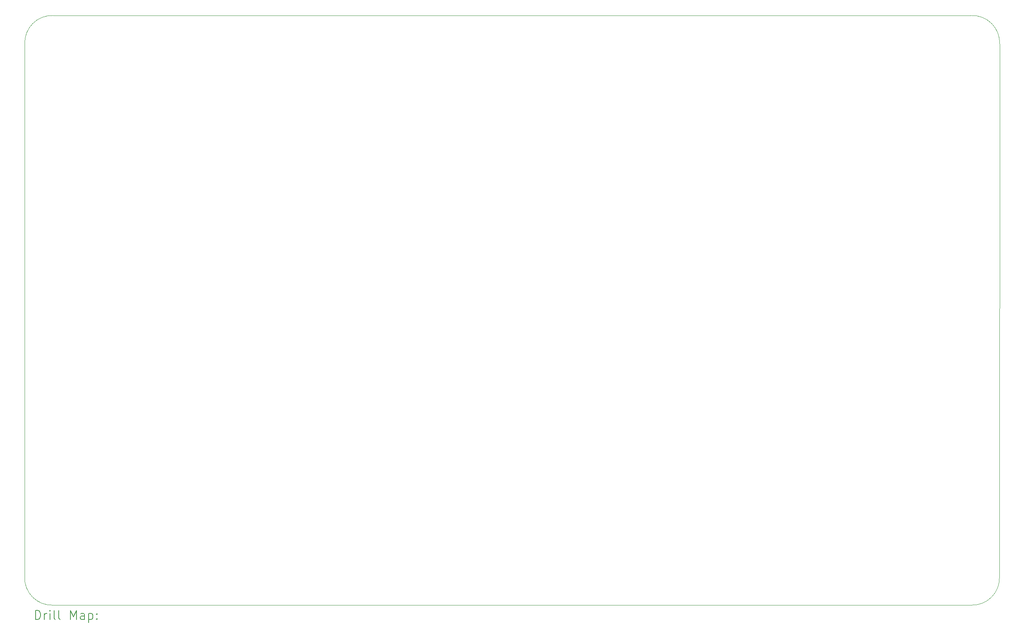
<source format=gbr>
%TF.GenerationSoftware,KiCad,Pcbnew,(7.99.0-363-gaf7eb36925)*%
%TF.CreationDate,2023-03-17T22:26:42-06:00*%
%TF.ProjectId,FennecVTI,46656e6e-6563-4565-9449-2e6b69636164,rev?*%
%TF.SameCoordinates,Original*%
%TF.FileFunction,Drillmap*%
%TF.FilePolarity,Positive*%
%FSLAX45Y45*%
G04 Gerber Fmt 4.5, Leading zero omitted, Abs format (unit mm)*
G04 Created by KiCad (PCBNEW (7.99.0-363-gaf7eb36925)) date 2023-03-17 22:26:42*
%MOMM*%
%LPD*%
G01*
G04 APERTURE LIST*
%ADD10C,0.100000*%
%ADD11C,0.200000*%
G04 APERTURE END LIST*
D10*
X25492188Y-3197521D02*
X25488900Y-15110386D01*
X4330549Y-15747926D02*
X24853900Y-15747926D01*
X4331296Y-2562521D02*
G75*
G03*
X3696296Y-3200061I-23191J-611906D01*
G01*
X4331296Y-2562521D02*
X24854648Y-2562521D01*
X3693009Y-15112926D02*
G75*
G03*
X4330549Y-15747926I611904J-23193D01*
G01*
X3696296Y-3200061D02*
X3693009Y-15112926D01*
X25492186Y-3197521D02*
G75*
G03*
X24854648Y-2562521I-611916J23181D01*
G01*
X24853900Y-15747925D02*
G75*
G03*
X25488900Y-15110386I23187J611910D01*
G01*
D11*
X3935188Y-16065986D02*
X3935188Y-15865986D01*
X3935188Y-15865986D02*
X3982807Y-15865986D01*
X3982807Y-15865986D02*
X4011379Y-15875510D01*
X4011379Y-15875510D02*
X4030426Y-15894558D01*
X4030426Y-15894558D02*
X4039950Y-15913605D01*
X4039950Y-15913605D02*
X4049474Y-15951701D01*
X4049474Y-15951701D02*
X4049474Y-15980272D01*
X4049474Y-15980272D02*
X4039950Y-16018367D01*
X4039950Y-16018367D02*
X4030426Y-16037415D01*
X4030426Y-16037415D02*
X4011379Y-16056463D01*
X4011379Y-16056463D02*
X3982807Y-16065986D01*
X3982807Y-16065986D02*
X3935188Y-16065986D01*
X4135188Y-16065986D02*
X4135188Y-15932653D01*
X4135188Y-15970748D02*
X4144712Y-15951701D01*
X4144712Y-15951701D02*
X4154236Y-15942177D01*
X4154236Y-15942177D02*
X4173284Y-15932653D01*
X4173284Y-15932653D02*
X4192331Y-15932653D01*
X4258998Y-16065986D02*
X4258998Y-15932653D01*
X4258998Y-15865986D02*
X4249474Y-15875510D01*
X4249474Y-15875510D02*
X4258998Y-15885034D01*
X4258998Y-15885034D02*
X4268522Y-15875510D01*
X4268522Y-15875510D02*
X4258998Y-15865986D01*
X4258998Y-15865986D02*
X4258998Y-15885034D01*
X4382807Y-16065986D02*
X4363760Y-16056463D01*
X4363760Y-16056463D02*
X4354236Y-16037415D01*
X4354236Y-16037415D02*
X4354236Y-15865986D01*
X4487569Y-16065986D02*
X4468522Y-16056463D01*
X4468522Y-16056463D02*
X4458998Y-16037415D01*
X4458998Y-16037415D02*
X4458998Y-15865986D01*
X4716141Y-16065986D02*
X4716141Y-15865986D01*
X4716141Y-15865986D02*
X4782808Y-16008843D01*
X4782808Y-16008843D02*
X4849474Y-15865986D01*
X4849474Y-15865986D02*
X4849474Y-16065986D01*
X5030427Y-16065986D02*
X5030427Y-15961224D01*
X5030427Y-15961224D02*
X5020903Y-15942177D01*
X5020903Y-15942177D02*
X5001855Y-15932653D01*
X5001855Y-15932653D02*
X4963760Y-15932653D01*
X4963760Y-15932653D02*
X4944712Y-15942177D01*
X5030427Y-16056463D02*
X5011379Y-16065986D01*
X5011379Y-16065986D02*
X4963760Y-16065986D01*
X4963760Y-16065986D02*
X4944712Y-16056463D01*
X4944712Y-16056463D02*
X4935188Y-16037415D01*
X4935188Y-16037415D02*
X4935188Y-16018367D01*
X4935188Y-16018367D02*
X4944712Y-15999320D01*
X4944712Y-15999320D02*
X4963760Y-15989796D01*
X4963760Y-15989796D02*
X5011379Y-15989796D01*
X5011379Y-15989796D02*
X5030427Y-15980272D01*
X5125665Y-15932653D02*
X5125665Y-16132653D01*
X5125665Y-15942177D02*
X5144712Y-15932653D01*
X5144712Y-15932653D02*
X5182808Y-15932653D01*
X5182808Y-15932653D02*
X5201855Y-15942177D01*
X5201855Y-15942177D02*
X5211379Y-15951701D01*
X5211379Y-15951701D02*
X5220903Y-15970748D01*
X5220903Y-15970748D02*
X5220903Y-16027891D01*
X5220903Y-16027891D02*
X5211379Y-16046939D01*
X5211379Y-16046939D02*
X5201855Y-16056463D01*
X5201855Y-16056463D02*
X5182808Y-16065986D01*
X5182808Y-16065986D02*
X5144712Y-16065986D01*
X5144712Y-16065986D02*
X5125665Y-16056463D01*
X5306617Y-16046939D02*
X5316141Y-16056463D01*
X5316141Y-16056463D02*
X5306617Y-16065986D01*
X5306617Y-16065986D02*
X5297093Y-16056463D01*
X5297093Y-16056463D02*
X5306617Y-16046939D01*
X5306617Y-16046939D02*
X5306617Y-16065986D01*
X5306617Y-15942177D02*
X5316141Y-15951701D01*
X5316141Y-15951701D02*
X5306617Y-15961224D01*
X5306617Y-15961224D02*
X5297093Y-15951701D01*
X5297093Y-15951701D02*
X5306617Y-15942177D01*
X5306617Y-15942177D02*
X5306617Y-15961224D01*
M02*

</source>
